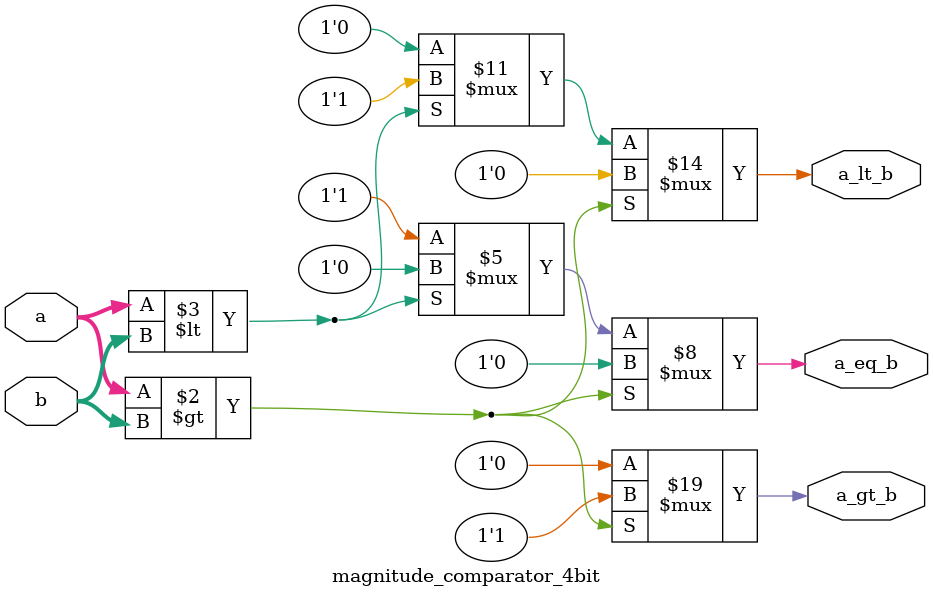
<source format=sv>
module magnitude_comparator_4bit (
  input [3:0] a,
  input [3:0] b,
  output reg a_gt_b,
  output reg a_lt_b,
  output reg a_eq_b
);

  always_comb begin
    if (a > b) begin
      a_gt_b <= 1;
      a_lt_b <= 0;
      a_eq_b <= 0;
    end else if (a < b) begin
      a_gt_b <= 0;
      a_lt_b <= 1;
      a_eq_b <= 0;
    end else begin
      a_gt_b <= 0;
      a_lt_b <= 0;
      a_eq_b <= 1;
    end
  end

endmodule
</source>
